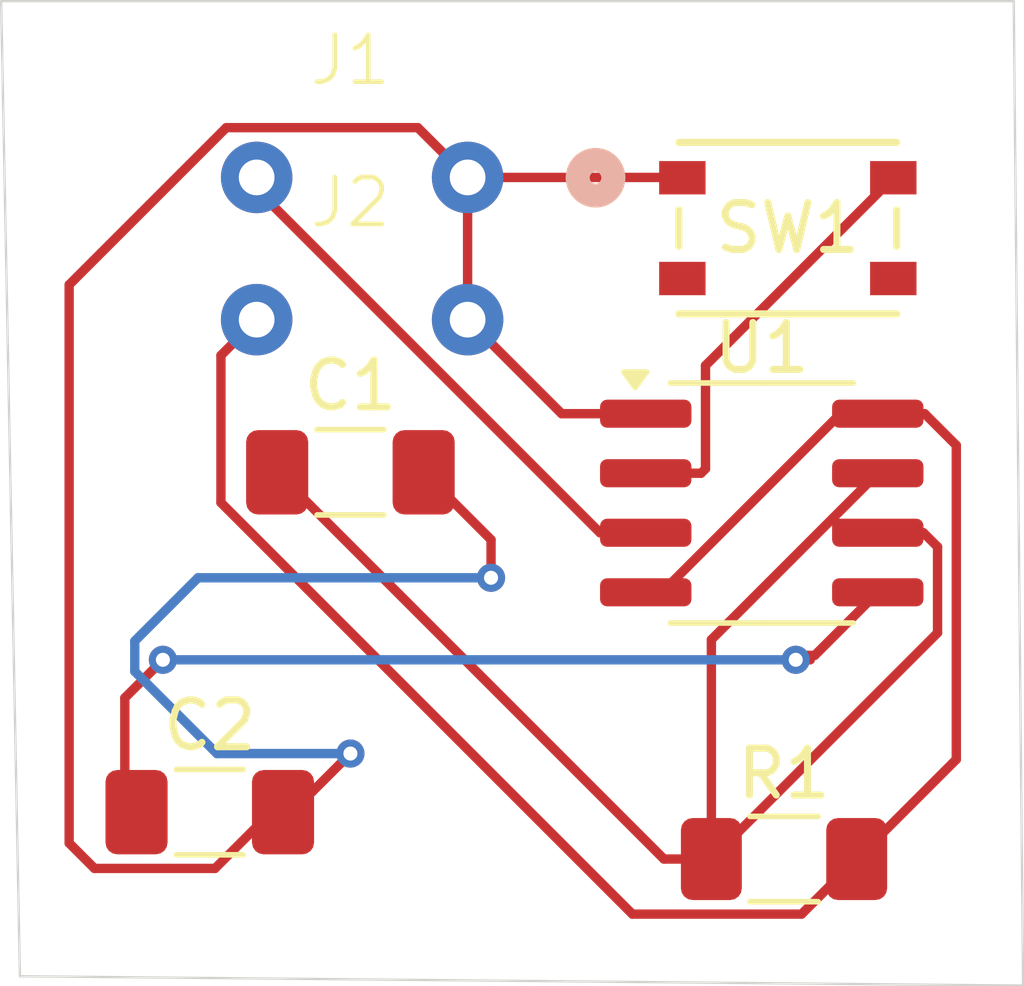
<source format=kicad_pcb>
(kicad_pcb (version 20240108) (generator "pcbnew") (generator_version "8.0")
  (layers (0 "F.Cu" signal) (31 "B.Cu" signal) (34 "B.Paste" user) (35 "F.Paste" user) (36 "B.SilkS" user "B.Silkscreen") (37 "F.SilkS" user "F.Silkscreen") (38 "B.Mask" user) (39 "F.Mask" user) (44 "Edge.Cuts" user))
  (net 0 "")
  (net 1 "GND")
  (net 2 "Net-(U1-DIS)")
  (net 3 "Net-(U1-CV)")
  (net 4 "Net-(J1-Pin_1)")
  (net 5 "VCC")
  (net 6 "Net-(U1-TR)")
  (footprint "Resistor_SMD:R_1206_3216Metric_Pad1.30x1.75mm_HandSolder" (layer "F.Cu") (at 140.5 53.5)
    (property "Reference" "R1" (at 0 -1.82 0) (layer "F.SilkS"))
    (property "Value" "1k")
    (fp_line (start -0.727064 -0.91) (end 0.727064 -0.91) (stroke (width 0.12)) (layer "F.SilkS"))
    (fp_line (start -0.727064 0.91) (end 0.727064 0.91) (stroke (width 0.12)) (layer "F.SilkS"))
    (pad "1" smd roundrect (at -1.55 0) (size 1.3 1.75) (layers "F.Cu" "F.Paste" "F.Mask") (roundrect_rratio 0.192308) (net 2 "Net-(U1-DIS)"))
    (pad "2" smd roundrect (at 1.55 0) (size 1.3 1.75) (layers "F.Cu" "F.Paste" "F.Mask") (roundrect_rratio 0.192308) (net 5 "VCC"))
  )
  (footprint "Capacitor_SMD:C_1206_3216Metric_Pad1.33x1.80mm_HandSolder" (layer "F.Cu") (at 131.25 45.25)
    (property "Reference" "C1" (at 0 -1.85 0) (layer "F.SilkS"))
    (property "Value" "0.01uF")
    (fp_line (start -0.711252 -0.91) (end 0.711252 -0.91) (stroke (width 0.12)) (layer "F.SilkS"))
    (fp_line (start -0.711252 0.91) (end 0.711252 0.91) (stroke (width 0.12)) (layer "F.SilkS"))
    (pad "1" smd roundrect (at -1.5625 0) (size 1.325 1.8) (layers "F.Cu" "F.Paste" "F.Mask") (roundrect_rratio 0.188679) (net 2 "Net-(U1-DIS)"))
    (pad "2" smd roundrect (at 1.5625 0) (size 1.325 1.8) (layers "F.Cu" "F.Paste" "F.Mask") (roundrect_rratio 0.188679) (net 1 "GND"))
  )
  (footprint "chris_footprint:output connector" (layer "F.Cu") (at 131.25 36.959999)
    (property "Reference" "J1" (at 0 -0.5 0) (layer "F.SilkS") (effects (font (thickness 0.1))))
    (property "Value" "Conn_01x02")
    (pad "1" thru_hole circle (at -2 2) (size 1.524 1.524) (drill 0.762) (layers "*.Cu" "*.Mask") (net 4 "Net-(J1-Pin_1)"))
    (pad "2" thru_hole circle (at 2.5 2) (size 1.524 1.524) (drill 0.762) (layers "*.Cu" "*.Mask") (net 1 "GND"))
  )
  (footprint "PTS815_SJM_250_SMTR_LFS:SW4_PTS815 SJM 250 SMTR LFS_CNK" (layer "F.Cu") (at 140.5808 40.0415)
    (property "Reference" "SW1" (at 0 0 0) (layer "F.SilkS"))
    (property "Value" "SW_Push")
    (fp_circle (center -4.1021 -1.075) (end -3.7211 -1.075) (stroke (width 0.508)) (fill none) (layer "B.SilkS"))
    (fp_line (start -2.3241 -0.386659) (end -2.3241 0.386659) (stroke (width 0.1524)) (layer "F.SilkS"))
    (fp_line (start -2.3241 1.8288) (end 2.3241 1.8288) (stroke (width 0.1524)) (layer "F.SilkS"))
    (fp_line (start 2.3241 -1.8288) (end -2.3241 -1.8288) (stroke (width 0.1524)) (layer "F.SilkS"))
    (fp_line (start 2.3241 0.386659) (end 2.3241 -0.386659) (stroke (width 0.1524)) (layer "F.SilkS"))
    (fp_circle (center -4.1021 -1.075) (end -3.7211 -1.075) (stroke (width 0.508)) (fill none) (layer "F.SilkS"))
    (pad "1" smd rect (at -2.250001 -1.074999) (size 0.9906 0.7112) (layers "F.Cu" "F.Paste" "F.Mask") (net 1 "GND"))
    (pad "2" smd rect (at 2.250001 -1.074999) (size 0.9906 0.7112) (layers "F.Cu" "F.Paste" "F.Mask") (net 6 "Net-(U1-TR)"))
    (pad "3" smd rect (at -2.250001 1.074999) (size 0.9906 0.7112) (layers "F.Cu" "F.Paste" "F.Mask"))
    (pad "4" smd rect (at 2.250001 1.074999) (size 0.9906 0.7112) (layers "F.Cu" "F.Paste" "F.Mask"))
  )
  (footprint "chris_footprint:output connector" (layer "F.Cu") (at 131.25 39.994)
    (property "Reference" "J2" (at 0 -0.5 0) (layer "F.SilkS") (effects (font (thickness 0.1))))
    (property "Value" "Conn_01x02")
    (pad "1" thru_hole circle (at -2 2) (size 1.524 1.524) (drill 0.762) (layers "*.Cu" "*.Mask") (net 5 "VCC"))
    (pad "2" thru_hole circle (at 2.5 2) (size 1.524 1.524) (drill 0.762) (layers "*.Cu" "*.Mask") (net 1 "GND"))
  )
  (footprint "Capacitor_SMD:C_1206_3216Metric_Pad1.33x1.80mm_HandSolder" (layer "F.Cu") (at 128.25 52.5)
    (property "Reference" "C2" (at 0 -1.85 0) (layer "F.SilkS"))
    (property "Value" "0.01uF")
    (fp_line (start -0.711252 -0.91) (end 0.711252 -0.91) (stroke (width 0.12)) (layer "F.SilkS"))
    (fp_line (start -0.711252 0.91) (end 0.711252 0.91) (stroke (width 0.12)) (layer "F.SilkS"))
    (pad "1" smd roundrect (at -1.5625 0) (size 1.325 1.8) (layers "F.Cu" "F.Paste" "F.Mask") (roundrect_rratio 0.188679) (net 3 "Net-(U1-CV)"))
    (pad "2" smd roundrect (at 1.5625 0) (size 1.325 1.8) (layers "F.Cu" "F.Paste" "F.Mask") (roundrect_rratio 0.188679) (net 1 "GND"))
  )
  (footprint "Package_SO:SOIC-8_3.9x4.9mm_P1.27mm" (layer "F.Cu") (at 140.025 45.905)
    (property "Reference" "U1" (at 0 -3.305 0) (layer "F.SilkS"))
    (property "Value" "TLC555xD")
    (fp_line (start 0 -2.56) (end -1.95 -2.56) (stroke (width 0.12)) (layer "F.SilkS"))
    (fp_line (start 0 -2.56) (end 1.95 -2.56) (stroke (width 0.12)) (layer "F.SilkS"))
    (fp_line (start 0 2.56) (end -1.95 2.56) (stroke (width 0.12)) (layer "F.SilkS"))
    (fp_line (start 0 2.56) (end 1.95 2.56) (stroke (width 0.12)) (layer "F.SilkS"))
    (fp_poly (pts (xy -2.7 -2.465) (xy -2.94 -2.795) (xy -2.46 -2.795) (xy -2.7 -2.465)) (stroke (width 0.12)) (fill solid) (layer "F.SilkS"))
    (pad "1" smd roundrect (at -2.475 -1.905) (size 1.95 0.6) (layers "F.Cu" "F.Paste" "F.Mask") (net 1 "GND"))
    (pad "2" smd roundrect (at -2.475 -0.635) (size 1.95 0.6) (layers "F.Cu" "F.Paste" "F.Mask") (net 6 "Net-(U1-TR)"))
    (pad "3" smd roundrect (at -2.475 0.635) (size 1.95 0.6) (layers "F.Cu" "F.Paste" "F.Mask") (net 4 "Net-(J1-Pin_1)"))
    (pad "4" smd roundrect (at -2.475 1.905) (size 1.95 0.6) (layers "F.Cu" "F.Paste" "F.Mask") (net 5 "VCC"))
    (pad "5" smd roundrect (at 2.475 1.905) (size 1.95 0.6) (layers "F.Cu" "F.Paste" "F.Mask") (net 3 "Net-(U1-CV)"))
    (pad "6" smd roundrect (at 2.475 0.635) (size 1.95 0.6) (layers "F.Cu" "F.Paste" "F.Mask") (net 2 "Net-(U1-DIS)"))
    (pad "7" smd roundrect (at 2.475 -0.635) (size 1.95 0.6) (layers "F.Cu" "F.Paste" "F.Mask") (net 2 "Net-(U1-DIS)"))
    (pad "8" smd roundrect (at 2.475 -1.905) (size 1.95 0.6) (layers "F.Cu" "F.Paste" "F.Mask") (net 5 "VCC"))
  )
  (gr_line (start 123.8 35.2) (end 124.2 56) (stroke (width 0.05)) (layer "Edge.Cuts"))
  (gr_line (start 124.2 56) (end 145.6 56.2) (stroke (width 0.05)) (layer "Edge.Cuts"))
  (gr_line (start 145.6 56.2) (end 145.4 35.2) (stroke (width 0.05)) (layer "Edge.Cuts"))
  (gr_line (start 145.4 35.2) (end 123.8 35.2) (stroke (width 0.05)) (layer "Edge.Cuts"))
  (segment (start 128.3625 53.7) (end 125.790256 53.7) (width 0.2) (layer "F.Cu") (net 1))
  (segment (start 133.75 38.959999) (end 138.324297 38.959999) (width 0.2) (layer "F.Cu") (net 1))
  (segment (start 138.324297 38.959999) (end 138.330799 38.966501) (width 0.2) (layer "F.Cu") (net 1))
  (segment (start 134.25 47.5) (end 134.25 46.6875) (width 0.2) (layer "F.Cu") (net 1))
  (segment (start 132.688 37.897999) (end 133.75 38.959999) (width 0.2) (layer "F.Cu") (net 1))
  (segment (start 129.5625 52.5) (end 128.3625 53.7) (width 0.2) (layer "F.Cu") (net 1))
  (segment (start 128.602001 37.897999) (end 132.688 37.897999) (width 0.2) (layer "F.Cu") (net 1))
  (segment (start 133.75 41.994) (end 133.75 38.959999) (width 0.2) (layer "F.Cu") (net 1))
  (segment (start 134.25 46.6875) (end 132.8125 45.25) (width 0.2) (layer "F.Cu") (net 1))
  (segment (start 135.756 44) (end 133.75 41.994) (width 0.2) (layer "F.Cu") (net 1))
  (segment (start 137.55 44) (end 135.756 44) (width 0.2) (layer "F.Cu") (net 1))
  (segment (start 129.5625 52.5) (end 130 52.5) (width 0.2) (layer "F.Cu") (net 1))
  (segment (start 125.25 53.159744) (end 125.25 41.25) (width 0.2) (layer "F.Cu") (net 1))
  (segment (start 125.25 41.25) (end 128.602001 37.897999) (width 0.2) (layer "F.Cu") (net 1))
  (segment (start 125.790256 53.7) (end 125.25 53.159744) (width 0.2) (layer "F.Cu") (net 1))
  (segment (start 130 52.5) (end 131.25 51.25) (width 0.2) (layer "F.Cu") (net 1))
  (via (at 134.25 47.5) (size 0.6) (drill 0.3) (layers "F.Cu" "B.Cu") (net 1))
  (via (at 131.25 51.25) (size 0.6) (drill 0.3) (layers "F.Cu" "B.Cu") (net 1))
  (segment (start 128.401471 51.25) (end 126.65 49.498529) (width 0.2) (layer "B.Cu") (net 1))
  (segment (start 126.65 49.498529) (end 126.65 48.85) (width 0.2) (layer "B.Cu") (net 1))
  (segment (start 128 47.5) (end 134.25 47.5) (width 0.2) (layer "B.Cu") (net 1))
  (segment (start 126.65 48.85) (end 128 47.5) (width 0.2) (layer "B.Cu") (net 1))
  (segment (start 131.25 51.25) (end 128.401471 51.25) (width 0.2) (layer "B.Cu") (net 1))
  (segment (start 143.775 48.675) (end 143.775 46.840001) (width 0.2) (layer "F.Cu") (net 2))
  (segment (start 143.474999 46.54) (end 142.5 46.54) (width 0.2) (layer "F.Cu") (net 2))
  (segment (start 138.95 53.5) (end 143.775 48.675) (width 0.2) (layer "F.Cu") (net 2))
  (segment (start 138.95 53.5) (end 138.95 48.82) (width 0.2) (layer "F.Cu") (net 2))
  (segment (start 138.95 48.82) (end 142.5 45.27) (width 0.2) (layer "F.Cu") (net 2))
  (segment (start 137.9375 53.5) (end 129.6875 45.25) (width 0.2) (layer "F.Cu") (net 2))
  (segment (start 138.95 53.5) (end 137.9375 53.5) (width 0.2) (layer "F.Cu") (net 2))
  (segment (start 143.775 46.840001) (end 143.474999 46.54) (width 0.2) (layer "F.Cu") (net 2))
  (segment (start 141.06 49.25) (end 140.75 49.25) (width 0.2) (layer "F.Cu") (net 3))
  (segment (start 126.4375 50.0625) (end 126.4375 52.5) (width 0.2) (layer "F.Cu") (net 3))
  (segment (start 142.5 47.81) (end 141.155 49.155) (width 0.2) (layer "F.Cu") (net 3))
  (segment (start 127.25 49.25) (end 126.4375 50.0625) (width 0.2) (layer "F.Cu") (net 3))
  (segment (start 140.75 49.25) (end 140.845 49.155) (width 0.2) (layer "F.Cu") (net 3))
  (segment (start 140.845 49.155) (end 141.155 49.155) (width 0.2) (layer "F.Cu") (net 3))
  (via (at 140.75 49.25) (size 0.6) (drill 0.3) (layers "F.Cu" "B.Cu") (net 3))
  (via (at 127.25 49.25) (size 0.6) (drill 0.3) (layers "F.Cu" "B.Cu") (net 3))
  (segment (start 140.75 49.25) (end 127.25 49.25) (width 0.2) (layer "B.Cu") (net 3))
  (segment (start 136.575001 46.54) (end 129.25 39.214999) (width 0.2) (layer "F.Cu") (net 4))
  (segment (start 129.25 39.214999) (end 129.25 38.959999) (width 0.2) (layer "F.Cu") (net 4))
  (segment (start 137.55 46.54) (end 136.575001 46.54) (width 0.2) (layer "F.Cu") (net 4))
  (segment (start 142.05 53.5) (end 144.175 51.375) (width 0.2) (layer "F.Cu") (net 5))
  (segment (start 141.705552 44) (end 137.895552 47.81) (width 0.2) (layer "F.Cu") (net 5))
  (segment (start 137.265256 54.675) (end 128.488001 45.897745) (width 0.2) (layer "F.Cu") (net 5))
  (segment (start 128.488001 42.755999) (end 129.25 41.994) (width 0.2) (layer "F.Cu") (net 5))
  (segment (start 144.175 44.675) (end 143.5 44) (width 0.2) (layer "F.Cu") (net 5))
  (segment (start 140.875 54.675) (end 137.265256 54.675) (width 0.2) (layer "F.Cu") (net 5))
  (segment (start 142.05 53.5) (end 140.875 54.675) (width 0.2) (layer "F.Cu") (net 5))
  (segment (start 128.488001 45.897745) (end 128.488001 42.755999) (width 0.2) (layer "F.Cu") (net 5))
  (segment (start 143.5 44) (end 142.5 44) (width 0.2) (layer "F.Cu") (net 5))
  (segment (start 137.895552 47.81) (end 137.55 47.81) (width 0.2) (layer "F.Cu") (net 5))
  (segment (start 142.5 44) (end 141.705552 44) (width 0.2) (layer "F.Cu") (net 5))
  (segment (start 144.175 51.375) (end 144.175 44.675) (width 0.2) (layer "F.Cu") (net 5))
  (segment (start 142.830801 38.966501) (end 138.825 42.972302) (width 0.2) (layer "F.Cu") (net 6))
  (segment (start 138.825 45.175) (end 138.73 45.27) (width 0.2) (layer "F.Cu") (net 6))
  (segment (start 138.825 42.972302) (end 138.825 45.175) (width 0.2) (layer "F.Cu") (net 6))
  (segment (start 138.73 45.27) (end 137.55 45.27) (width 0.2) (layer "F.Cu") (net 6))
)
</source>
